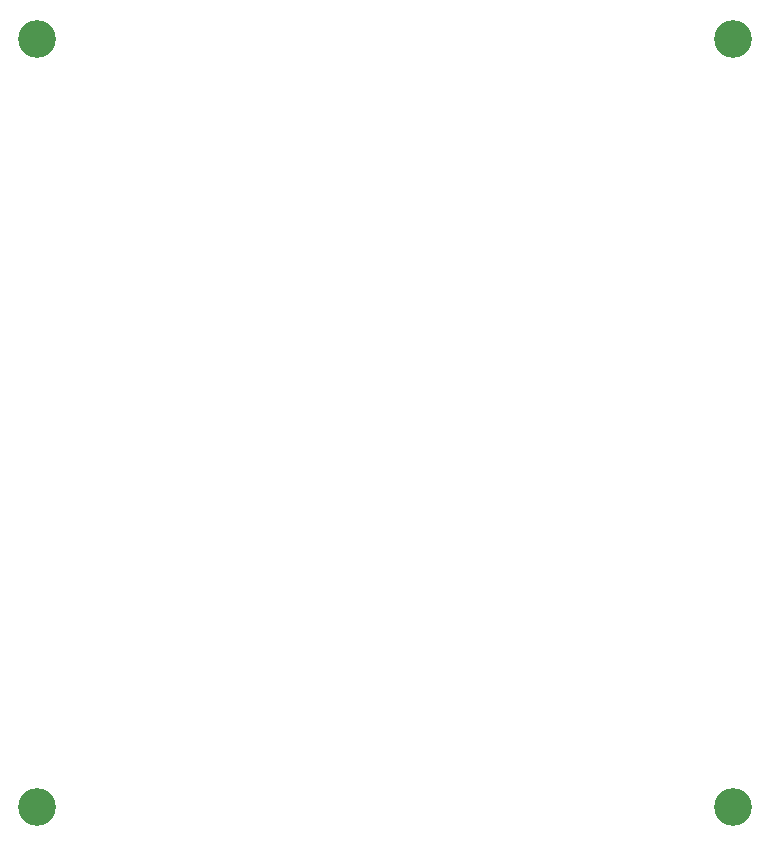
<source format=gbr>
%TF.GenerationSoftware,Altium Limited,Altium Designer,24.10.1 (45)*%
G04 Layer_Color=0*
%FSLAX45Y45*%
%MOMM*%
%TF.SameCoordinates,1B4FBE81-C601-4199-8564-D531C79600A2*%
%TF.FilePolarity,Positive*%
%TF.FileFunction,NonPlated,1,2,NPTH,Drill*%
%TF.Part,Single*%
G01*
G75*
%TA.AperFunction,OtherDrill,Pad Free-4 (3.302mm,2.794mm)*%
%ADD39C,3.20000*%
%TA.AperFunction,OtherDrill,Pad Free-4 (62.23mm,2.794mm)*%
%ADD40C,3.20000*%
%TA.AperFunction,OtherDrill,Pad Free-3 (3.302mm,67.818mm)*%
%ADD41C,3.20000*%
%TA.AperFunction,OtherDrill,Pad Free-2 (62.23mm,67.818mm)*%
%ADD42C,3.20000*%
D39*
X330200Y279400D02*
D03*
D40*
X6223000D02*
D03*
D41*
X330200Y6781800D02*
D03*
D42*
X6223000D02*
D03*
%TF.MD5,8d90245824331ea30220abf20d4b14bc*%
M02*

</source>
